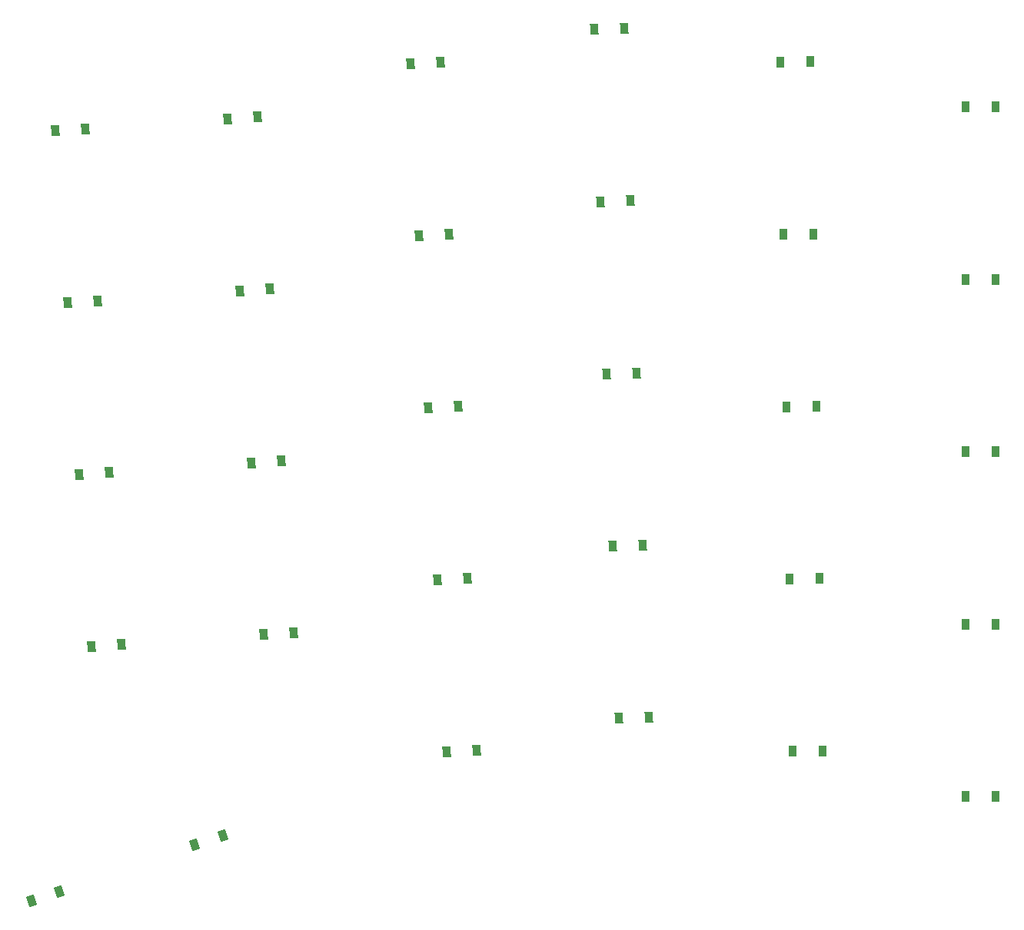
<source format=gbr>
%TF.GenerationSoftware,KiCad,Pcbnew,8.0.4*%
%TF.CreationDate,2024-08-23T23:48:41-04:00*%
%TF.ProjectId,right,72696768-742e-46b6-9963-61645f706362,v1.0.0*%
%TF.SameCoordinates,Original*%
%TF.FileFunction,Paste,Top*%
%TF.FilePolarity,Positive*%
%FSLAX46Y46*%
G04 Gerber Fmt 4.6, Leading zero omitted, Abs format (unit mm)*
G04 Created by KiCad (PCBNEW 8.0.4) date 2024-08-23 23:48:41*
%MOMM*%
%LPD*%
G01*
G04 APERTURE LIST*
G04 Aperture macros list*
%AMRotRect*
0 Rectangle, with rotation*
0 The origin of the aperture is its center*
0 $1 length*
0 $2 width*
0 $3 Rotation angle, in degrees counterclockwise*
0 Add horizontal line*
21,1,$1,$2,0,0,$3*%
G04 Aperture macros list end*
%ADD10R,0.900000X1.200000*%
%ADD11RotRect,0.900000X1.200000X1.000000*%
%ADD12RotRect,0.900000X1.200000X2.000000*%
%ADD13RotRect,0.900000X1.200000X3.000000*%
%ADD14RotRect,0.900000X1.200000X4.000000*%
%ADD15RotRect,0.900000X1.200000X19.000000*%
G04 APERTURE END LIST*
D10*
%TO.C,D1*%
X348186267Y-195000000D03*
X351486267Y-195000000D03*
%TD*%
%TO.C,D2*%
X348186267Y-176000000D03*
X351486267Y-176000000D03*
%TD*%
%TO.C,D3*%
X348186267Y-157000000D03*
X351486267Y-157000000D03*
%TD*%
%TO.C,D4*%
X348186267Y-138000000D03*
X351486267Y-138000000D03*
%TD*%
%TO.C,D5*%
X348186267Y-119000000D03*
X351486267Y-119000000D03*
%TD*%
D11*
%TO.C,D6*%
X329099256Y-190029558D03*
X332398754Y-189971966D03*
%TD*%
%TO.C,D7*%
X328767660Y-171032451D03*
X332067158Y-170974859D03*
%TD*%
%TO.C,D8*%
X328436064Y-152035345D03*
X331735562Y-151977753D03*
%TD*%
%TO.C,D9*%
X328104469Y-133038239D03*
X331403967Y-132980647D03*
%TD*%
%TO.C,D10*%
X327772873Y-114041133D03*
X331072371Y-113983541D03*
%TD*%
D12*
%TO.C,D11*%
X309945859Y-186392835D03*
X313243849Y-186277667D03*
%TD*%
%TO.C,D12*%
X309282768Y-167404409D03*
X312580758Y-167289241D03*
%TD*%
%TO.C,D13*%
X308619678Y-148415983D03*
X311917668Y-148300815D03*
%TD*%
%TO.C,D14*%
X307956587Y-129427558D03*
X311254577Y-129312390D03*
%TD*%
%TO.C,D15*%
X307293497Y-110439132D03*
X310591487Y-110323964D03*
%TD*%
D13*
%TO.C,D16*%
X290976205Y-190086674D03*
X294271683Y-189913966D03*
%TD*%
%TO.C,D17*%
X289981822Y-171112713D03*
X293277300Y-170940005D03*
%TD*%
%TO.C,D18*%
X288987439Y-152138752D03*
X292282917Y-151966044D03*
%TD*%
%TO.C,D19*%
X287993055Y-133164791D03*
X291288533Y-132992083D03*
%TD*%
%TO.C,D20*%
X286998672Y-114190829D03*
X290294150Y-114018121D03*
%TD*%
D14*
%TO.C,D21*%
X270853206Y-177154559D03*
X274145168Y-176924363D03*
%TD*%
%TO.C,D22*%
X269527833Y-158200842D03*
X272819795Y-157970646D03*
%TD*%
%TO.C,D23*%
X268202460Y-139247125D03*
X271494422Y-139016929D03*
%TD*%
%TO.C,D24*%
X266877087Y-120293408D03*
X270169049Y-120063212D03*
%TD*%
%TO.C,D25*%
X251899489Y-178479932D03*
X255191451Y-178249736D03*
%TD*%
%TO.C,D26*%
X250574116Y-159526215D03*
X253866078Y-159296019D03*
%TD*%
%TO.C,D27*%
X249248743Y-140572498D03*
X252540705Y-140342302D03*
%TD*%
%TO.C,D28*%
X247923370Y-121618781D03*
X251215332Y-121388585D03*
%TD*%
D15*
%TO.C,D29*%
X263214153Y-200341337D03*
X266334365Y-199266963D03*
%TD*%
%TO.C,D30*%
X245249300Y-206527132D03*
X248369512Y-205452758D03*
%TD*%
M02*

</source>
